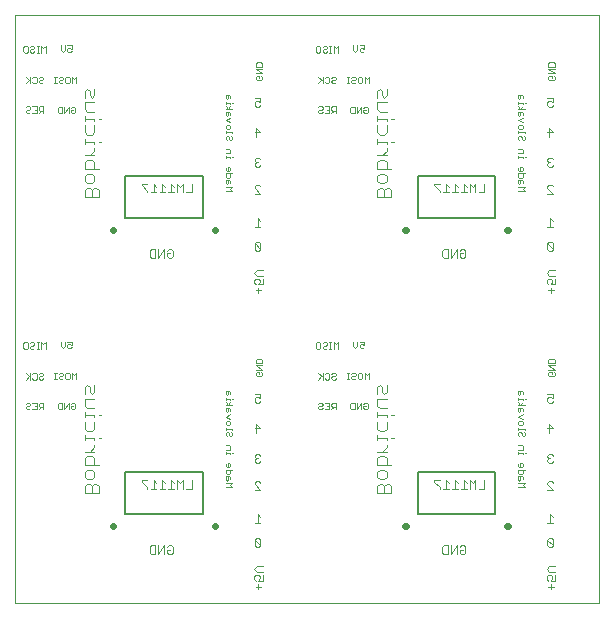
<source format=gbo>
G75*
G70*
%OFA0B0*%
%FSLAX24Y24*%
%IPPOS*%
%LPD*%
%AMOC8*
5,1,8,0,0,1.08239X$1,22.5*
%
%ADD10C,0.0000*%
%ADD11C,0.0040*%
%ADD12C,0.0030*%
%ADD13C,0.0020*%
%ADD14C,0.0220*%
%ADD15C,0.0080*%
D10*
X000100Y000100D02*
X000100Y019721D01*
X019595Y019721D01*
X019595Y000100D01*
X000100Y000100D01*
D11*
X002445Y003775D02*
X002445Y004005D01*
X002522Y004082D01*
X002599Y004082D01*
X002676Y004005D01*
X002676Y003775D01*
X002676Y004005D02*
X002752Y004082D01*
X002829Y004082D01*
X002906Y004005D01*
X002906Y003775D01*
X002445Y003775D01*
X002522Y004235D02*
X002445Y004312D01*
X002445Y004465D01*
X002522Y004542D01*
X002676Y004542D01*
X002752Y004465D01*
X002752Y004312D01*
X002676Y004235D01*
X002522Y004235D01*
X002445Y004695D02*
X002445Y004926D01*
X002522Y005002D01*
X002676Y005002D01*
X002752Y004926D01*
X002752Y004695D01*
X002906Y004695D02*
X002445Y004695D01*
X002445Y005156D02*
X002752Y005156D01*
X002599Y005156D02*
X002752Y005309D01*
X002752Y005386D01*
X002752Y005539D02*
X002752Y005616D01*
X002445Y005616D01*
X002445Y005539D02*
X002445Y005693D01*
X002522Y005846D02*
X002445Y005923D01*
X002445Y006153D01*
X002445Y006307D02*
X002445Y006460D01*
X002445Y006384D02*
X002752Y006384D01*
X002752Y006307D01*
X002752Y006153D02*
X002752Y005923D01*
X002676Y005846D01*
X002522Y005846D01*
X002906Y005616D02*
X002983Y005616D01*
X002983Y006384D02*
X002906Y006384D01*
X002752Y006614D02*
X002522Y006614D01*
X002445Y006690D01*
X002445Y006921D01*
X002752Y006921D01*
X002676Y007074D02*
X002752Y007151D01*
X002752Y007381D01*
X002599Y007304D02*
X002599Y007151D01*
X002676Y007074D01*
X002445Y007074D02*
X002445Y007304D01*
X002522Y007381D01*
X002599Y007304D01*
X004342Y004205D02*
X004342Y004158D01*
X004529Y003971D01*
X004529Y003925D01*
X004637Y003925D02*
X004824Y003925D01*
X004731Y003925D02*
X004731Y004205D01*
X004824Y004111D01*
X004932Y003925D02*
X005119Y003925D01*
X005025Y003925D02*
X005025Y004205D01*
X005119Y004111D01*
X005226Y003925D02*
X005413Y003925D01*
X005320Y003925D02*
X005320Y004205D01*
X005413Y004111D01*
X005521Y004205D02*
X005521Y003925D01*
X005708Y003925D02*
X005708Y004205D01*
X005614Y004111D01*
X005521Y004205D01*
X005816Y003925D02*
X006003Y003925D01*
X006003Y004205D01*
X004529Y004205D02*
X004342Y004205D01*
X004646Y002026D02*
X004786Y002026D01*
X004786Y001745D01*
X004646Y001745D01*
X004599Y001792D01*
X004599Y001979D01*
X004646Y002026D01*
X004894Y002026D02*
X004894Y001745D01*
X005081Y002026D01*
X005081Y001745D01*
X005189Y001792D02*
X005189Y001886D01*
X005282Y001886D01*
X005375Y001979D02*
X005329Y002026D01*
X005235Y002026D01*
X005189Y001979D01*
X005375Y001979D02*
X005375Y001792D01*
X005329Y001745D01*
X005235Y001745D01*
X005189Y001792D01*
X008086Y001243D02*
X008179Y001150D01*
X008366Y001150D01*
X008366Y001042D02*
X008366Y000855D01*
X008226Y000855D01*
X008272Y000949D01*
X008272Y000995D01*
X008226Y001042D01*
X008132Y001042D01*
X008086Y000995D01*
X008086Y000902D01*
X008132Y000855D01*
X008226Y000747D02*
X008226Y000561D01*
X008319Y000654D02*
X008132Y000654D01*
X008086Y001243D02*
X008179Y001337D01*
X008366Y001337D01*
X012195Y003775D02*
X012195Y004005D01*
X012272Y004082D01*
X012349Y004082D01*
X012426Y004005D01*
X012426Y003775D01*
X012426Y004005D02*
X012502Y004082D01*
X012579Y004082D01*
X012656Y004005D01*
X012656Y003775D01*
X012195Y003775D01*
X012272Y004235D02*
X012195Y004312D01*
X012195Y004465D01*
X012272Y004542D01*
X012426Y004542D01*
X012502Y004465D01*
X012502Y004312D01*
X012426Y004235D01*
X012272Y004235D01*
X012195Y004695D02*
X012195Y004926D01*
X012272Y005002D01*
X012426Y005002D01*
X012502Y004926D01*
X012502Y004695D01*
X012656Y004695D02*
X012195Y004695D01*
X012195Y005156D02*
X012502Y005156D01*
X012349Y005156D02*
X012502Y005309D01*
X012502Y005386D01*
X012502Y005539D02*
X012502Y005616D01*
X012195Y005616D01*
X012195Y005539D02*
X012195Y005693D01*
X012272Y005846D02*
X012195Y005923D01*
X012195Y006153D01*
X012195Y006307D02*
X012195Y006460D01*
X012195Y006384D02*
X012502Y006384D01*
X012502Y006307D01*
X012502Y006153D02*
X012502Y005923D01*
X012426Y005846D01*
X012272Y005846D01*
X012656Y005616D02*
X012733Y005616D01*
X012733Y006384D02*
X012656Y006384D01*
X012502Y006614D02*
X012272Y006614D01*
X012195Y006690D01*
X012195Y006921D01*
X012502Y006921D01*
X012426Y007074D02*
X012502Y007151D01*
X012502Y007381D01*
X012349Y007304D02*
X012349Y007151D01*
X012426Y007074D01*
X012349Y007304D02*
X012272Y007381D01*
X012195Y007304D01*
X012195Y007074D01*
X014092Y004205D02*
X014092Y004158D01*
X014279Y003971D01*
X014279Y003925D01*
X014387Y003925D02*
X014574Y003925D01*
X014481Y003925D02*
X014481Y004205D01*
X014574Y004111D01*
X014682Y003925D02*
X014869Y003925D01*
X014775Y003925D02*
X014775Y004205D01*
X014869Y004111D01*
X014976Y003925D02*
X015163Y003925D01*
X015070Y003925D02*
X015070Y004205D01*
X015163Y004111D01*
X015271Y004205D02*
X015271Y003925D01*
X015458Y003925D02*
X015458Y004205D01*
X015364Y004111D01*
X015271Y004205D01*
X015566Y003925D02*
X015753Y003925D01*
X015753Y004205D01*
X014279Y004205D02*
X014092Y004205D01*
X014396Y002026D02*
X014536Y002026D01*
X014536Y001745D01*
X014396Y001745D01*
X014349Y001792D01*
X014349Y001979D01*
X014396Y002026D01*
X014644Y002026D02*
X014644Y001745D01*
X014831Y002026D01*
X014831Y001745D01*
X014939Y001792D02*
X014939Y001886D01*
X015032Y001886D01*
X015125Y001979D02*
X015125Y001792D01*
X015079Y001745D01*
X014985Y001745D01*
X014939Y001792D01*
X014939Y001979D02*
X014985Y002026D01*
X015079Y002026D01*
X015125Y001979D01*
X017836Y001243D02*
X017929Y001337D01*
X018116Y001337D01*
X018116Y001150D02*
X017929Y001150D01*
X017836Y001243D01*
X017882Y001042D02*
X017836Y000995D01*
X017836Y000902D01*
X017882Y000855D01*
X017976Y000855D02*
X018022Y000949D01*
X018022Y000995D01*
X017976Y001042D01*
X017882Y001042D01*
X017976Y000855D02*
X018116Y000855D01*
X018116Y001042D01*
X017976Y000747D02*
X017976Y000561D01*
X018069Y000654D02*
X017882Y000654D01*
X017976Y010436D02*
X017976Y010622D01*
X017976Y010730D02*
X018022Y010824D01*
X018022Y010870D01*
X017976Y010917D01*
X017882Y010917D01*
X017836Y010870D01*
X017836Y010777D01*
X017882Y010730D01*
X017976Y010730D02*
X018116Y010730D01*
X018116Y010917D01*
X018116Y011025D02*
X017929Y011025D01*
X017836Y011118D01*
X017929Y011212D01*
X018116Y011212D01*
X018069Y010529D02*
X017882Y010529D01*
X015125Y011667D02*
X015079Y011620D01*
X014985Y011620D01*
X014939Y011667D01*
X014939Y011761D01*
X015032Y011761D01*
X015125Y011854D02*
X015125Y011667D01*
X015125Y011854D02*
X015079Y011901D01*
X014985Y011901D01*
X014939Y011854D01*
X014831Y011901D02*
X014644Y011620D01*
X014644Y011901D01*
X014536Y011901D02*
X014396Y011901D01*
X014349Y011854D01*
X014349Y011667D01*
X014396Y011620D01*
X014536Y011620D01*
X014536Y011901D01*
X014831Y011901D02*
X014831Y011620D01*
X014869Y013800D02*
X014682Y013800D01*
X014775Y013800D02*
X014775Y014080D01*
X014869Y013986D01*
X014976Y013800D02*
X015163Y013800D01*
X015070Y013800D02*
X015070Y014080D01*
X015163Y013986D01*
X015271Y014080D02*
X015271Y013800D01*
X015458Y013800D02*
X015458Y014080D01*
X015364Y013986D01*
X015271Y014080D01*
X015566Y013800D02*
X015753Y013800D01*
X015753Y014080D01*
X014574Y013986D02*
X014481Y014080D01*
X014481Y013800D01*
X014574Y013800D02*
X014387Y013800D01*
X014279Y013800D02*
X014279Y013846D01*
X014092Y014033D01*
X014092Y014080D01*
X014279Y014080D01*
X012656Y013880D02*
X012656Y013650D01*
X012195Y013650D01*
X012195Y013880D01*
X012272Y013957D01*
X012349Y013957D01*
X012426Y013880D01*
X012426Y013650D01*
X012426Y013880D02*
X012502Y013957D01*
X012579Y013957D01*
X012656Y013880D01*
X012426Y014110D02*
X012272Y014110D01*
X012195Y014187D01*
X012195Y014340D01*
X012272Y014417D01*
X012426Y014417D01*
X012502Y014340D01*
X012502Y014187D01*
X012426Y014110D01*
X012502Y014570D02*
X012502Y014801D01*
X012426Y014877D01*
X012272Y014877D01*
X012195Y014801D01*
X012195Y014570D01*
X012656Y014570D01*
X012502Y015031D02*
X012195Y015031D01*
X012349Y015031D02*
X012502Y015184D01*
X012502Y015261D01*
X012502Y015414D02*
X012502Y015491D01*
X012195Y015491D01*
X012195Y015414D02*
X012195Y015568D01*
X012272Y015721D02*
X012195Y015798D01*
X012195Y016028D01*
X012195Y016182D02*
X012195Y016335D01*
X012195Y016259D02*
X012502Y016259D01*
X012502Y016182D01*
X012502Y016028D02*
X012502Y015798D01*
X012426Y015721D01*
X012272Y015721D01*
X012656Y015491D02*
X012733Y015491D01*
X012733Y016259D02*
X012656Y016259D01*
X012502Y016489D02*
X012272Y016489D01*
X012195Y016565D01*
X012195Y016796D01*
X012502Y016796D01*
X012426Y016949D02*
X012349Y017026D01*
X012349Y017179D01*
X012272Y017256D01*
X012195Y017179D01*
X012195Y016949D01*
X012426Y016949D02*
X012502Y017026D01*
X012502Y017256D01*
X008366Y011212D02*
X008179Y011212D01*
X008086Y011118D01*
X008179Y011025D01*
X008366Y011025D01*
X008366Y010917D02*
X008366Y010730D01*
X008226Y010730D01*
X008272Y010824D01*
X008272Y010870D01*
X008226Y010917D01*
X008132Y010917D01*
X008086Y010870D01*
X008086Y010777D01*
X008132Y010730D01*
X008226Y010622D02*
X008226Y010436D01*
X008319Y010529D02*
X008132Y010529D01*
X005375Y011667D02*
X005329Y011620D01*
X005235Y011620D01*
X005189Y011667D01*
X005189Y011761D01*
X005282Y011761D01*
X005375Y011854D02*
X005375Y011667D01*
X005375Y011854D02*
X005329Y011901D01*
X005235Y011901D01*
X005189Y011854D01*
X005081Y011901D02*
X005081Y011620D01*
X004894Y011620D02*
X004894Y011901D01*
X004786Y011901D02*
X004646Y011901D01*
X004599Y011854D01*
X004599Y011667D01*
X004646Y011620D01*
X004786Y011620D01*
X004786Y011901D01*
X005081Y011901D02*
X004894Y011620D01*
X002906Y013650D02*
X002906Y013880D01*
X002829Y013957D01*
X002752Y013957D01*
X002676Y013880D01*
X002676Y013650D01*
X002906Y013650D02*
X002445Y013650D01*
X002445Y013880D01*
X002522Y013957D01*
X002599Y013957D01*
X002676Y013880D01*
X002676Y014110D02*
X002522Y014110D01*
X002445Y014187D01*
X002445Y014340D01*
X002522Y014417D01*
X002676Y014417D01*
X002752Y014340D01*
X002752Y014187D01*
X002676Y014110D01*
X002752Y014570D02*
X002752Y014801D01*
X002676Y014877D01*
X002522Y014877D01*
X002445Y014801D01*
X002445Y014570D01*
X002906Y014570D01*
X002752Y015031D02*
X002445Y015031D01*
X002599Y015031D02*
X002752Y015184D01*
X002752Y015261D01*
X002752Y015414D02*
X002752Y015491D01*
X002445Y015491D01*
X002445Y015414D02*
X002445Y015568D01*
X002522Y015721D02*
X002445Y015798D01*
X002445Y016028D01*
X002445Y016182D02*
X002445Y016335D01*
X002445Y016259D02*
X002752Y016259D01*
X002752Y016182D01*
X002752Y016028D02*
X002752Y015798D01*
X002676Y015721D01*
X002522Y015721D01*
X002906Y015491D02*
X002983Y015491D01*
X002983Y016259D02*
X002906Y016259D01*
X002752Y016489D02*
X002522Y016489D01*
X002445Y016565D01*
X002445Y016796D01*
X002752Y016796D01*
X002676Y016949D02*
X002752Y017026D01*
X002752Y017256D01*
X002599Y017179D02*
X002599Y017026D01*
X002676Y016949D01*
X002445Y016949D02*
X002445Y017179D01*
X002522Y017256D01*
X002599Y017179D01*
X004342Y014080D02*
X004342Y014033D01*
X004529Y013846D01*
X004529Y013800D01*
X004637Y013800D02*
X004824Y013800D01*
X004731Y013800D02*
X004731Y014080D01*
X004824Y013986D01*
X004932Y013800D02*
X005119Y013800D01*
X005025Y013800D02*
X005025Y014080D01*
X005119Y013986D01*
X005226Y013800D02*
X005413Y013800D01*
X005320Y013800D02*
X005320Y014080D01*
X005413Y013986D01*
X005521Y014080D02*
X005521Y013800D01*
X005708Y013800D02*
X005708Y014080D01*
X005614Y013986D01*
X005521Y014080D01*
X005816Y013800D02*
X006003Y013800D01*
X006003Y014080D01*
X004529Y014080D02*
X004342Y014080D01*
D12*
X007140Y014101D02*
X007176Y014066D01*
X007211Y014101D01*
X007211Y014206D01*
X007246Y014206D02*
X007140Y014206D01*
X007140Y014101D01*
X007140Y013985D02*
X007351Y013985D01*
X007281Y013915D01*
X007351Y013845D01*
X007140Y013845D01*
X007281Y014101D02*
X007281Y014171D01*
X007246Y014206D01*
X007246Y014287D02*
X007281Y014322D01*
X007281Y014427D01*
X007351Y014427D02*
X007140Y014427D01*
X007140Y014322D01*
X007176Y014287D01*
X007246Y014287D01*
X007246Y014508D02*
X007281Y014543D01*
X007281Y014613D01*
X007246Y014648D01*
X007211Y014648D01*
X007211Y014508D01*
X007176Y014508D02*
X007246Y014508D01*
X007176Y014508D02*
X007140Y014543D01*
X007140Y014613D01*
X007140Y014950D02*
X007140Y015020D01*
X007140Y014985D02*
X007281Y014985D01*
X007281Y014950D01*
X007351Y014985D02*
X007386Y014985D01*
X007281Y015097D02*
X007281Y015202D01*
X007246Y015237D01*
X007140Y015237D01*
X007140Y015097D02*
X007281Y015097D01*
X007281Y015539D02*
X007246Y015574D01*
X007246Y015644D01*
X007211Y015679D01*
X007176Y015679D01*
X007140Y015644D01*
X007140Y015574D01*
X007176Y015539D01*
X007281Y015539D02*
X007316Y015539D01*
X007351Y015574D01*
X007351Y015644D01*
X007316Y015679D01*
X007351Y015760D02*
X007351Y015795D01*
X007140Y015795D01*
X007140Y015760D02*
X007140Y015830D01*
X007176Y015907D02*
X007140Y015942D01*
X007140Y016012D01*
X007176Y016047D01*
X007246Y016047D01*
X007281Y016012D01*
X007281Y015942D01*
X007246Y015907D01*
X007176Y015907D01*
X007281Y016128D02*
X007140Y016198D01*
X007281Y016268D01*
X007281Y016384D02*
X007281Y016454D01*
X007246Y016489D01*
X007140Y016489D01*
X007140Y016384D01*
X007176Y016349D01*
X007211Y016384D01*
X007211Y016489D01*
X007211Y016570D02*
X007281Y016675D01*
X007281Y016754D02*
X007281Y016789D01*
X007140Y016789D01*
X007140Y016754D02*
X007140Y016824D01*
X007176Y016902D02*
X007211Y016937D01*
X007211Y017042D01*
X007246Y017042D02*
X007140Y017042D01*
X007140Y016937D01*
X007176Y016902D01*
X007281Y016937D02*
X007281Y017007D01*
X007246Y017042D01*
X007351Y016789D02*
X007386Y016789D01*
X007351Y016570D02*
X007140Y016570D01*
X007211Y016570D02*
X007140Y016675D01*
X008101Y016704D02*
X008149Y016656D01*
X008246Y016656D01*
X008294Y016704D01*
X008294Y016801D02*
X008198Y016849D01*
X008149Y016849D01*
X008101Y016801D01*
X008101Y016704D01*
X008294Y016801D02*
X008294Y016946D01*
X008101Y016946D01*
X008176Y017545D02*
X008140Y017580D01*
X008140Y017650D01*
X008176Y017685D01*
X008246Y017685D01*
X008246Y017615D01*
X008316Y017685D02*
X008351Y017650D01*
X008351Y017580D01*
X008316Y017545D01*
X008176Y017545D01*
X008140Y017766D02*
X008351Y017766D01*
X008140Y017906D01*
X008351Y017906D01*
X008351Y017987D02*
X008351Y018092D01*
X008316Y018127D01*
X008176Y018127D01*
X008140Y018092D01*
X008140Y017987D01*
X008351Y017987D01*
X008149Y015946D02*
X008294Y015801D01*
X008101Y015801D01*
X008149Y015656D02*
X008149Y015946D01*
X008149Y014946D02*
X008101Y014897D01*
X008101Y014849D01*
X008149Y014801D01*
X008101Y014752D01*
X008101Y014704D01*
X008149Y014656D01*
X008246Y014656D01*
X008294Y014704D01*
X008198Y014801D02*
X008149Y014801D01*
X008149Y014946D02*
X008246Y014946D01*
X008294Y014897D01*
X008246Y014046D02*
X008294Y013997D01*
X008246Y014046D02*
X008149Y014046D01*
X008101Y013997D01*
X008101Y013949D01*
X008294Y013756D01*
X008101Y013756D01*
X008198Y012946D02*
X008198Y012656D01*
X008294Y012656D02*
X008101Y012656D01*
X008294Y012849D02*
X008198Y012946D01*
X008246Y012146D02*
X008149Y012146D01*
X008101Y012097D01*
X008294Y011904D01*
X008246Y011856D01*
X008149Y011856D01*
X008101Y011904D01*
X008101Y012097D01*
X008246Y012146D02*
X008294Y012097D01*
X008294Y011904D01*
X008316Y008252D02*
X008176Y008252D01*
X008140Y008217D01*
X008140Y008112D01*
X008351Y008112D01*
X008351Y008217D01*
X008316Y008252D01*
X008351Y008031D02*
X008140Y008031D01*
X008351Y007891D01*
X008140Y007891D01*
X008176Y007810D02*
X008246Y007810D01*
X008246Y007740D01*
X008316Y007810D02*
X008351Y007775D01*
X008351Y007705D01*
X008316Y007670D01*
X008176Y007670D01*
X008140Y007705D01*
X008140Y007775D01*
X008176Y007810D01*
X008101Y007071D02*
X008294Y007071D01*
X008294Y006926D01*
X008198Y006974D01*
X008149Y006974D01*
X008101Y006926D01*
X008101Y006829D01*
X008149Y006781D01*
X008246Y006781D01*
X008294Y006829D01*
X008149Y006071D02*
X008294Y005926D01*
X008101Y005926D01*
X008149Y005781D02*
X008149Y006071D01*
X007351Y005920D02*
X007140Y005920D01*
X007140Y005885D02*
X007140Y005955D01*
X007176Y006032D02*
X007140Y006067D01*
X007140Y006137D01*
X007176Y006172D01*
X007246Y006172D01*
X007281Y006137D01*
X007281Y006067D01*
X007246Y006032D01*
X007176Y006032D01*
X007351Y005920D02*
X007351Y005885D01*
X007316Y005804D02*
X007351Y005769D01*
X007351Y005699D01*
X007316Y005664D01*
X007281Y005664D01*
X007246Y005699D01*
X007246Y005769D01*
X007211Y005804D01*
X007176Y005804D01*
X007140Y005769D01*
X007140Y005699D01*
X007176Y005664D01*
X007140Y005362D02*
X007246Y005362D01*
X007281Y005327D01*
X007281Y005222D01*
X007140Y005222D01*
X007140Y005145D02*
X007140Y005075D01*
X007140Y005110D02*
X007281Y005110D01*
X007281Y005075D01*
X007351Y005110D02*
X007386Y005110D01*
X007246Y004773D02*
X007211Y004773D01*
X007211Y004633D01*
X007246Y004633D02*
X007281Y004668D01*
X007281Y004738D01*
X007246Y004773D01*
X007140Y004738D02*
X007140Y004668D01*
X007176Y004633D01*
X007246Y004633D01*
X007281Y004552D02*
X007281Y004447D01*
X007246Y004412D01*
X007176Y004412D01*
X007140Y004447D01*
X007140Y004552D01*
X007351Y004552D01*
X007246Y004331D02*
X007140Y004331D01*
X007140Y004226D01*
X007176Y004191D01*
X007211Y004226D01*
X007211Y004331D01*
X007246Y004331D02*
X007281Y004296D01*
X007281Y004226D01*
X007351Y004110D02*
X007140Y004110D01*
X007140Y003970D02*
X007351Y003970D01*
X007281Y004040D01*
X007351Y004110D01*
X008101Y004122D02*
X008149Y004171D01*
X008246Y004171D01*
X008294Y004122D01*
X008101Y004122D02*
X008101Y004074D01*
X008294Y003881D01*
X008101Y003881D01*
X008198Y003071D02*
X008198Y002781D01*
X008294Y002781D02*
X008101Y002781D01*
X008294Y002974D02*
X008198Y003071D01*
X008246Y002271D02*
X008149Y002271D01*
X008101Y002222D01*
X008294Y002029D01*
X008246Y001981D01*
X008149Y001981D01*
X008101Y002029D01*
X008101Y002222D01*
X008246Y002271D02*
X008294Y002222D01*
X008294Y002029D01*
X008246Y004781D02*
X008294Y004829D01*
X008246Y004781D02*
X008149Y004781D01*
X008101Y004829D01*
X008101Y004877D01*
X008149Y004926D01*
X008198Y004926D01*
X008149Y004926D02*
X008101Y004974D01*
X008101Y005022D01*
X008149Y005071D01*
X008246Y005071D01*
X008294Y005022D01*
X007281Y006253D02*
X007140Y006323D01*
X007281Y006393D01*
X007281Y006509D02*
X007281Y006579D01*
X007246Y006614D01*
X007140Y006614D01*
X007140Y006509D01*
X007176Y006474D01*
X007211Y006509D01*
X007211Y006614D01*
X007211Y006695D02*
X007281Y006800D01*
X007281Y006879D02*
X007281Y006914D01*
X007140Y006914D01*
X007140Y006879D02*
X007140Y006949D01*
X007176Y007027D02*
X007211Y007062D01*
X007211Y007167D01*
X007246Y007167D02*
X007140Y007167D01*
X007140Y007062D01*
X007176Y007027D01*
X007281Y007062D02*
X007281Y007132D01*
X007246Y007167D01*
X007351Y006914D02*
X007386Y006914D01*
X007351Y006695D02*
X007140Y006695D01*
X007211Y006695D02*
X007140Y006800D01*
X016890Y006800D02*
X016961Y006695D01*
X017031Y006800D01*
X017031Y006879D02*
X017031Y006914D01*
X016890Y006914D01*
X016890Y006879D02*
X016890Y006949D01*
X016926Y007027D02*
X016961Y007062D01*
X016961Y007167D01*
X016996Y007167D02*
X016890Y007167D01*
X016890Y007062D01*
X016926Y007027D01*
X017031Y007062D02*
X017031Y007132D01*
X016996Y007167D01*
X017101Y006914D02*
X017136Y006914D01*
X017101Y006695D02*
X016890Y006695D01*
X016890Y006614D02*
X016890Y006509D01*
X016926Y006474D01*
X016961Y006509D01*
X016961Y006614D01*
X016996Y006614D02*
X016890Y006614D01*
X016996Y006614D02*
X017031Y006579D01*
X017031Y006509D01*
X017031Y006393D02*
X016890Y006323D01*
X017031Y006253D01*
X016996Y006172D02*
X017031Y006137D01*
X017031Y006067D01*
X016996Y006032D01*
X016926Y006032D01*
X016890Y006067D01*
X016890Y006137D01*
X016926Y006172D01*
X016996Y006172D01*
X016890Y005955D02*
X016890Y005885D01*
X016890Y005920D02*
X017101Y005920D01*
X017101Y005885D01*
X017066Y005804D02*
X017101Y005769D01*
X017101Y005699D01*
X017066Y005664D01*
X017031Y005664D01*
X016996Y005699D01*
X016996Y005769D01*
X016961Y005804D01*
X016926Y005804D01*
X016890Y005769D01*
X016890Y005699D01*
X016926Y005664D01*
X016890Y005362D02*
X016996Y005362D01*
X017031Y005327D01*
X017031Y005222D01*
X016890Y005222D01*
X016890Y005145D02*
X016890Y005075D01*
X016890Y005110D02*
X017031Y005110D01*
X017031Y005075D01*
X017101Y005110D02*
X017136Y005110D01*
X016996Y004773D02*
X016961Y004773D01*
X016961Y004633D01*
X016996Y004633D02*
X017031Y004668D01*
X017031Y004738D01*
X016996Y004773D01*
X016890Y004738D02*
X016890Y004668D01*
X016926Y004633D01*
X016996Y004633D01*
X017031Y004552D02*
X017031Y004447D01*
X016996Y004412D01*
X016926Y004412D01*
X016890Y004447D01*
X016890Y004552D01*
X017101Y004552D01*
X016996Y004331D02*
X016890Y004331D01*
X016890Y004226D01*
X016926Y004191D01*
X016961Y004226D01*
X016961Y004331D01*
X016996Y004331D02*
X017031Y004296D01*
X017031Y004226D01*
X017101Y004110D02*
X016890Y004110D01*
X016890Y003970D02*
X017101Y003970D01*
X017031Y004040D01*
X017101Y004110D01*
X017851Y004122D02*
X017899Y004171D01*
X017996Y004171D01*
X018044Y004122D01*
X017851Y004122D02*
X017851Y004074D01*
X018044Y003881D01*
X017851Y003881D01*
X017948Y003071D02*
X017948Y002781D01*
X018044Y002781D02*
X017851Y002781D01*
X018044Y002974D02*
X017948Y003071D01*
X017996Y002271D02*
X017899Y002271D01*
X017851Y002222D01*
X018044Y002029D01*
X017996Y001981D01*
X017899Y001981D01*
X017851Y002029D01*
X017851Y002222D01*
X017996Y002271D02*
X018044Y002222D01*
X018044Y002029D01*
X017996Y004781D02*
X017899Y004781D01*
X017851Y004829D01*
X017851Y004877D01*
X017899Y004926D01*
X017948Y004926D01*
X017899Y004926D02*
X017851Y004974D01*
X017851Y005022D01*
X017899Y005071D01*
X017996Y005071D01*
X018044Y005022D01*
X018044Y004829D02*
X017996Y004781D01*
X017899Y005781D02*
X017899Y006071D01*
X018044Y005926D01*
X017851Y005926D01*
X017899Y006781D02*
X017996Y006781D01*
X018044Y006829D01*
X018044Y006926D02*
X017948Y006974D01*
X017899Y006974D01*
X017851Y006926D01*
X017851Y006829D01*
X017899Y006781D01*
X018044Y006926D02*
X018044Y007071D01*
X017851Y007071D01*
X017926Y007670D02*
X017890Y007705D01*
X017890Y007775D01*
X017926Y007810D01*
X017996Y007810D01*
X017996Y007740D01*
X018066Y007810D02*
X018101Y007775D01*
X018101Y007705D01*
X018066Y007670D01*
X017926Y007670D01*
X017890Y007891D02*
X018101Y007891D01*
X017890Y008031D01*
X018101Y008031D01*
X018101Y008112D02*
X018101Y008217D01*
X018066Y008252D01*
X017926Y008252D01*
X017890Y008217D01*
X017890Y008112D01*
X018101Y008112D01*
X017996Y011856D02*
X017899Y011856D01*
X017851Y011904D01*
X017851Y012097D01*
X018044Y011904D01*
X017996Y011856D01*
X018044Y011904D02*
X018044Y012097D01*
X017996Y012146D01*
X017899Y012146D01*
X017851Y012097D01*
X017851Y012656D02*
X018044Y012656D01*
X017948Y012656D02*
X017948Y012946D01*
X018044Y012849D01*
X018044Y013756D02*
X017851Y013756D01*
X017851Y013949D02*
X017851Y013997D01*
X017899Y014046D01*
X017996Y014046D01*
X018044Y013997D01*
X017851Y013949D02*
X018044Y013756D01*
X017996Y014656D02*
X017899Y014656D01*
X017851Y014704D01*
X017851Y014752D01*
X017899Y014801D01*
X017948Y014801D01*
X017899Y014801D02*
X017851Y014849D01*
X017851Y014897D01*
X017899Y014946D01*
X017996Y014946D01*
X018044Y014897D01*
X018044Y014704D02*
X017996Y014656D01*
X017136Y014985D02*
X017101Y014985D01*
X017031Y014985D02*
X016890Y014985D01*
X016890Y014950D02*
X016890Y015020D01*
X016890Y015097D02*
X017031Y015097D01*
X017031Y015202D01*
X016996Y015237D01*
X016890Y015237D01*
X017031Y014985D02*
X017031Y014950D01*
X016996Y014648D02*
X016961Y014648D01*
X016961Y014508D01*
X016996Y014508D02*
X017031Y014543D01*
X017031Y014613D01*
X016996Y014648D01*
X016890Y014613D02*
X016890Y014543D01*
X016926Y014508D01*
X016996Y014508D01*
X017031Y014427D02*
X017031Y014322D01*
X016996Y014287D01*
X016926Y014287D01*
X016890Y014322D01*
X016890Y014427D01*
X017101Y014427D01*
X016996Y014206D02*
X016890Y014206D01*
X016890Y014101D01*
X016926Y014066D01*
X016961Y014101D01*
X016961Y014206D01*
X016996Y014206D02*
X017031Y014171D01*
X017031Y014101D01*
X017101Y013985D02*
X016890Y013985D01*
X016890Y013845D02*
X017101Y013845D01*
X017031Y013915D01*
X017101Y013985D01*
X017066Y015539D02*
X017031Y015539D01*
X016996Y015574D01*
X016996Y015644D01*
X016961Y015679D01*
X016926Y015679D01*
X016890Y015644D01*
X016890Y015574D01*
X016926Y015539D01*
X017066Y015539D02*
X017101Y015574D01*
X017101Y015644D01*
X017066Y015679D01*
X017101Y015760D02*
X017101Y015795D01*
X016890Y015795D01*
X016890Y015760D02*
X016890Y015830D01*
X016926Y015907D02*
X016890Y015942D01*
X016890Y016012D01*
X016926Y016047D01*
X016996Y016047D01*
X017031Y016012D01*
X017031Y015942D01*
X016996Y015907D01*
X016926Y015907D01*
X017031Y016128D02*
X016890Y016198D01*
X017031Y016268D01*
X017031Y016384D02*
X017031Y016454D01*
X016996Y016489D01*
X016890Y016489D01*
X016890Y016384D01*
X016926Y016349D01*
X016961Y016384D01*
X016961Y016489D01*
X016961Y016570D02*
X017031Y016675D01*
X017031Y016754D02*
X017031Y016789D01*
X016890Y016789D01*
X016890Y016754D02*
X016890Y016824D01*
X016926Y016902D02*
X016961Y016937D01*
X016961Y017042D01*
X016996Y017042D02*
X016890Y017042D01*
X016890Y016937D01*
X016926Y016902D01*
X017031Y016937D02*
X017031Y017007D01*
X016996Y017042D01*
X017101Y016789D02*
X017136Y016789D01*
X017101Y016570D02*
X016890Y016570D01*
X016961Y016570D02*
X016890Y016675D01*
X017851Y016704D02*
X017899Y016656D01*
X017996Y016656D01*
X018044Y016704D01*
X018044Y016801D02*
X017948Y016849D01*
X017899Y016849D01*
X017851Y016801D01*
X017851Y016704D01*
X018044Y016801D02*
X018044Y016946D01*
X017851Y016946D01*
X017926Y017545D02*
X017890Y017580D01*
X017890Y017650D01*
X017926Y017685D01*
X017996Y017685D01*
X017996Y017615D01*
X018066Y017685D02*
X018101Y017650D01*
X018101Y017580D01*
X018066Y017545D01*
X017926Y017545D01*
X017890Y017766D02*
X018101Y017766D01*
X017890Y017906D01*
X018101Y017906D01*
X018101Y017987D02*
X018101Y018092D01*
X018066Y018127D01*
X017926Y018127D01*
X017890Y018092D01*
X017890Y017987D01*
X018101Y017987D01*
X017899Y015946D02*
X018044Y015801D01*
X017851Y015801D01*
X017899Y015656D02*
X017899Y015946D01*
D13*
X011873Y016472D02*
X011836Y016435D01*
X011763Y016435D01*
X011726Y016472D01*
X011726Y016546D01*
X011799Y016546D01*
X011726Y016619D02*
X011763Y016656D01*
X011836Y016656D01*
X011873Y016619D01*
X011873Y016472D01*
X011652Y016435D02*
X011652Y016656D01*
X011505Y016435D01*
X011505Y016656D01*
X011431Y016656D02*
X011321Y016656D01*
X011284Y016619D01*
X011284Y016472D01*
X011321Y016435D01*
X011431Y016435D01*
X011431Y016656D01*
X011432Y017435D02*
X011358Y017435D01*
X011322Y017472D01*
X011322Y017509D01*
X011358Y017546D01*
X011432Y017546D01*
X011468Y017582D01*
X011468Y017619D01*
X011432Y017656D01*
X011358Y017656D01*
X011322Y017619D01*
X011247Y017656D02*
X011174Y017656D01*
X011211Y017656D02*
X011211Y017435D01*
X011247Y017435D02*
X011174Y017435D01*
X011432Y017435D02*
X011468Y017472D01*
X011543Y017472D02*
X011543Y017619D01*
X011579Y017656D01*
X011653Y017656D01*
X011689Y017619D01*
X011689Y017472D01*
X011653Y017435D01*
X011579Y017435D01*
X011543Y017472D01*
X011764Y017435D02*
X011764Y017656D01*
X011837Y017582D01*
X011910Y017656D01*
X011910Y017435D01*
X011711Y018473D02*
X011748Y018510D01*
X011711Y018473D02*
X011638Y018473D01*
X011601Y018510D01*
X011601Y018583D01*
X011638Y018620D01*
X011674Y018620D01*
X011748Y018583D01*
X011748Y018693D01*
X011601Y018693D01*
X011527Y018693D02*
X011527Y018546D01*
X011453Y018473D01*
X011380Y018546D01*
X011380Y018693D01*
X010880Y018677D02*
X010880Y018457D01*
X010733Y018457D02*
X010733Y018677D01*
X010807Y018604D01*
X010880Y018677D01*
X010659Y018677D02*
X010586Y018677D01*
X010622Y018677D02*
X010622Y018457D01*
X010586Y018457D02*
X010659Y018457D01*
X010512Y018494D02*
X010475Y018457D01*
X010402Y018457D01*
X010365Y018494D01*
X010365Y018530D01*
X010402Y018567D01*
X010475Y018567D01*
X010512Y018604D01*
X010512Y018640D01*
X010475Y018677D01*
X010402Y018677D01*
X010365Y018640D01*
X010291Y018640D02*
X010291Y018494D01*
X010254Y018457D01*
X010181Y018457D01*
X010144Y018494D01*
X010144Y018640D01*
X010181Y018677D01*
X010254Y018677D01*
X010291Y018640D01*
X010219Y017652D02*
X010366Y017505D01*
X010329Y017542D02*
X010219Y017432D01*
X010366Y017432D02*
X010366Y017652D01*
X010440Y017615D02*
X010477Y017652D01*
X010550Y017652D01*
X010587Y017615D01*
X010587Y017469D01*
X010550Y017432D01*
X010477Y017432D01*
X010440Y017469D01*
X010661Y017469D02*
X010697Y017432D01*
X010771Y017432D01*
X010808Y017469D01*
X010771Y017542D02*
X010697Y017542D01*
X010661Y017505D01*
X010661Y017469D01*
X010771Y017542D02*
X010808Y017579D01*
X010808Y017615D01*
X010771Y017652D01*
X010697Y017652D01*
X010661Y017615D01*
X010697Y016665D02*
X010661Y016628D01*
X010661Y016555D01*
X010697Y016518D01*
X010808Y016518D01*
X010808Y016445D02*
X010808Y016665D01*
X010697Y016665D01*
X010587Y016665D02*
X010587Y016445D01*
X010440Y016445D01*
X010366Y016481D02*
X010329Y016445D01*
X010256Y016445D01*
X010219Y016481D01*
X010219Y016518D01*
X010256Y016555D01*
X010329Y016555D01*
X010366Y016591D01*
X010366Y016628D01*
X010329Y016665D01*
X010256Y016665D01*
X010219Y016628D01*
X010440Y016665D02*
X010587Y016665D01*
X010587Y016555D02*
X010513Y016555D01*
X010661Y016445D02*
X010734Y016518D01*
X010733Y008802D02*
X010733Y008582D01*
X010659Y008582D02*
X010586Y008582D01*
X010622Y008582D02*
X010622Y008802D01*
X010586Y008802D02*
X010659Y008802D01*
X010733Y008802D02*
X010807Y008729D01*
X010880Y008802D01*
X010880Y008582D01*
X010512Y008619D02*
X010475Y008582D01*
X010402Y008582D01*
X010365Y008619D01*
X010365Y008655D01*
X010402Y008692D01*
X010475Y008692D01*
X010512Y008729D01*
X010512Y008765D01*
X010475Y008802D01*
X010402Y008802D01*
X010365Y008765D01*
X010291Y008765D02*
X010291Y008619D01*
X010254Y008582D01*
X010181Y008582D01*
X010144Y008619D01*
X010144Y008765D01*
X010181Y008802D01*
X010254Y008802D01*
X010291Y008765D01*
X010219Y007777D02*
X010366Y007630D01*
X010329Y007667D02*
X010219Y007557D01*
X010366Y007557D02*
X010366Y007777D01*
X010440Y007740D02*
X010477Y007777D01*
X010550Y007777D01*
X010587Y007740D01*
X010587Y007594D01*
X010550Y007557D01*
X010477Y007557D01*
X010440Y007594D01*
X010661Y007594D02*
X010697Y007557D01*
X010771Y007557D01*
X010808Y007594D01*
X010771Y007667D02*
X010697Y007667D01*
X010661Y007630D01*
X010661Y007594D01*
X010771Y007667D02*
X010808Y007704D01*
X010808Y007740D01*
X010771Y007777D01*
X010697Y007777D01*
X010661Y007740D01*
X011174Y007781D02*
X011247Y007781D01*
X011211Y007781D02*
X011211Y007560D01*
X011247Y007560D02*
X011174Y007560D01*
X011322Y007597D02*
X011358Y007560D01*
X011432Y007560D01*
X011468Y007597D01*
X011543Y007597D02*
X011543Y007744D01*
X011579Y007781D01*
X011653Y007781D01*
X011689Y007744D01*
X011689Y007597D01*
X011653Y007560D01*
X011579Y007560D01*
X011543Y007597D01*
X011468Y007707D02*
X011432Y007671D01*
X011358Y007671D01*
X011322Y007634D01*
X011322Y007597D01*
X011322Y007744D02*
X011358Y007781D01*
X011432Y007781D01*
X011468Y007744D01*
X011468Y007707D01*
X011764Y007781D02*
X011764Y007560D01*
X011910Y007560D02*
X011910Y007781D01*
X011837Y007707D01*
X011764Y007781D01*
X011711Y008598D02*
X011748Y008635D01*
X011711Y008598D02*
X011638Y008598D01*
X011601Y008635D01*
X011601Y008708D01*
X011638Y008745D01*
X011674Y008745D01*
X011748Y008708D01*
X011748Y008818D01*
X011601Y008818D01*
X011527Y008818D02*
X011527Y008671D01*
X011453Y008598D01*
X011380Y008671D01*
X011380Y008818D01*
X011321Y006781D02*
X011431Y006781D01*
X011431Y006560D01*
X011321Y006560D01*
X011284Y006597D01*
X011284Y006744D01*
X011321Y006781D01*
X011505Y006781D02*
X011505Y006560D01*
X011652Y006781D01*
X011652Y006560D01*
X011726Y006597D02*
X011726Y006671D01*
X011799Y006671D01*
X011726Y006744D02*
X011763Y006781D01*
X011836Y006781D01*
X011873Y006744D01*
X011873Y006597D01*
X011836Y006560D01*
X011763Y006560D01*
X011726Y006597D01*
X010808Y006570D02*
X010808Y006790D01*
X010697Y006790D01*
X010661Y006753D01*
X010661Y006680D01*
X010697Y006643D01*
X010808Y006643D01*
X010734Y006643D02*
X010661Y006570D01*
X010587Y006570D02*
X010587Y006790D01*
X010440Y006790D01*
X010366Y006753D02*
X010366Y006716D01*
X010329Y006680D01*
X010256Y006680D01*
X010219Y006643D01*
X010219Y006606D01*
X010256Y006570D01*
X010329Y006570D01*
X010366Y006606D01*
X010440Y006570D02*
X010587Y006570D01*
X010587Y006680D02*
X010513Y006680D01*
X010366Y006753D02*
X010329Y006790D01*
X010256Y006790D01*
X010219Y006753D01*
X002123Y006744D02*
X002123Y006597D01*
X002086Y006560D01*
X002013Y006560D01*
X001976Y006597D01*
X001976Y006671D01*
X002049Y006671D01*
X001976Y006744D02*
X002013Y006781D01*
X002086Y006781D01*
X002123Y006744D01*
X001902Y006781D02*
X001902Y006560D01*
X001755Y006560D02*
X001755Y006781D01*
X001681Y006781D02*
X001571Y006781D01*
X001534Y006744D01*
X001534Y006597D01*
X001571Y006560D01*
X001681Y006560D01*
X001681Y006781D01*
X001902Y006781D02*
X001755Y006560D01*
X001058Y006570D02*
X001058Y006790D01*
X000947Y006790D01*
X000911Y006753D01*
X000911Y006680D01*
X000947Y006643D01*
X001058Y006643D01*
X000984Y006643D02*
X000911Y006570D01*
X000837Y006570D02*
X000690Y006570D01*
X000616Y006606D02*
X000579Y006570D01*
X000506Y006570D01*
X000469Y006606D01*
X000469Y006643D01*
X000506Y006680D01*
X000579Y006680D01*
X000616Y006716D01*
X000616Y006753D01*
X000579Y006790D01*
X000506Y006790D01*
X000469Y006753D01*
X000690Y006790D02*
X000837Y006790D01*
X000837Y006570D01*
X000837Y006680D02*
X000763Y006680D01*
X000727Y007557D02*
X000690Y007594D01*
X000727Y007557D02*
X000800Y007557D01*
X000837Y007594D01*
X000837Y007740D01*
X000800Y007777D01*
X000727Y007777D01*
X000690Y007740D01*
X000616Y007777D02*
X000616Y007557D01*
X000616Y007630D02*
X000469Y007777D01*
X000579Y007667D02*
X000469Y007557D01*
X000911Y007594D02*
X000947Y007557D01*
X001021Y007557D01*
X001058Y007594D01*
X001021Y007667D02*
X000947Y007667D01*
X000911Y007630D01*
X000911Y007594D01*
X001021Y007667D02*
X001058Y007704D01*
X001058Y007740D01*
X001021Y007777D01*
X000947Y007777D01*
X000911Y007740D01*
X001424Y007781D02*
X001497Y007781D01*
X001461Y007781D02*
X001461Y007560D01*
X001497Y007560D02*
X001424Y007560D01*
X001572Y007597D02*
X001608Y007560D01*
X001682Y007560D01*
X001718Y007597D01*
X001793Y007597D02*
X001793Y007744D01*
X001829Y007781D01*
X001903Y007781D01*
X001939Y007744D01*
X001939Y007597D01*
X001903Y007560D01*
X001829Y007560D01*
X001793Y007597D01*
X001718Y007707D02*
X001718Y007744D01*
X001682Y007781D01*
X001608Y007781D01*
X001572Y007744D01*
X001608Y007671D02*
X001572Y007634D01*
X001572Y007597D01*
X001608Y007671D02*
X001682Y007671D01*
X001718Y007707D01*
X002014Y007781D02*
X002014Y007560D01*
X002160Y007560D02*
X002160Y007781D01*
X002087Y007707D01*
X002014Y007781D01*
X001961Y008598D02*
X001998Y008635D01*
X001961Y008598D02*
X001888Y008598D01*
X001851Y008635D01*
X001851Y008708D01*
X001888Y008745D01*
X001924Y008745D01*
X001998Y008708D01*
X001998Y008818D01*
X001851Y008818D01*
X001777Y008818D02*
X001777Y008671D01*
X001703Y008598D01*
X001630Y008671D01*
X001630Y008818D01*
X001130Y008802D02*
X001130Y008582D01*
X000983Y008582D02*
X000983Y008802D01*
X001057Y008729D01*
X001130Y008802D01*
X000909Y008802D02*
X000836Y008802D01*
X000872Y008802D02*
X000872Y008582D01*
X000836Y008582D02*
X000909Y008582D01*
X000762Y008619D02*
X000725Y008582D01*
X000652Y008582D01*
X000615Y008619D01*
X000615Y008655D01*
X000652Y008692D01*
X000725Y008692D01*
X000762Y008729D01*
X000762Y008765D01*
X000725Y008802D01*
X000652Y008802D01*
X000615Y008765D01*
X000541Y008765D02*
X000541Y008619D01*
X000504Y008582D01*
X000431Y008582D01*
X000394Y008619D01*
X000394Y008765D01*
X000431Y008802D01*
X000504Y008802D01*
X000541Y008765D01*
X000506Y016445D02*
X000579Y016445D01*
X000616Y016481D01*
X000690Y016445D02*
X000837Y016445D01*
X000837Y016665D01*
X000690Y016665D01*
X000616Y016628D02*
X000616Y016591D01*
X000579Y016555D01*
X000506Y016555D01*
X000469Y016518D01*
X000469Y016481D01*
X000506Y016445D01*
X000469Y016628D02*
X000506Y016665D01*
X000579Y016665D01*
X000616Y016628D01*
X000763Y016555D02*
X000837Y016555D01*
X000911Y016555D02*
X000947Y016518D01*
X001058Y016518D01*
X001058Y016445D02*
X001058Y016665D01*
X000947Y016665D01*
X000911Y016628D01*
X000911Y016555D01*
X000984Y016518D02*
X000911Y016445D01*
X001534Y016472D02*
X001571Y016435D01*
X001681Y016435D01*
X001681Y016656D01*
X001571Y016656D01*
X001534Y016619D01*
X001534Y016472D01*
X001755Y016435D02*
X001755Y016656D01*
X001902Y016656D02*
X001755Y016435D01*
X001902Y016435D02*
X001902Y016656D01*
X001976Y016619D02*
X002013Y016656D01*
X002086Y016656D01*
X002123Y016619D01*
X002123Y016472D01*
X002086Y016435D01*
X002013Y016435D01*
X001976Y016472D01*
X001976Y016546D01*
X002049Y016546D01*
X002014Y017435D02*
X002014Y017656D01*
X002087Y017582D01*
X002160Y017656D01*
X002160Y017435D01*
X001939Y017472D02*
X001903Y017435D01*
X001829Y017435D01*
X001793Y017472D01*
X001793Y017619D01*
X001829Y017656D01*
X001903Y017656D01*
X001939Y017619D01*
X001939Y017472D01*
X001718Y017472D02*
X001682Y017435D01*
X001608Y017435D01*
X001572Y017472D01*
X001572Y017509D01*
X001608Y017546D01*
X001682Y017546D01*
X001718Y017582D01*
X001718Y017619D01*
X001682Y017656D01*
X001608Y017656D01*
X001572Y017619D01*
X001497Y017656D02*
X001424Y017656D01*
X001461Y017656D02*
X001461Y017435D01*
X001497Y017435D02*
X001424Y017435D01*
X001058Y017469D02*
X001021Y017432D01*
X000947Y017432D01*
X000911Y017469D01*
X000911Y017505D01*
X000947Y017542D01*
X001021Y017542D01*
X001058Y017579D01*
X001058Y017615D01*
X001021Y017652D01*
X000947Y017652D01*
X000911Y017615D01*
X000837Y017615D02*
X000837Y017469D01*
X000800Y017432D01*
X000727Y017432D01*
X000690Y017469D01*
X000616Y017505D02*
X000469Y017652D01*
X000616Y017652D02*
X000616Y017432D01*
X000579Y017542D02*
X000469Y017432D01*
X000690Y017615D02*
X000727Y017652D01*
X000800Y017652D01*
X000837Y017615D01*
X000836Y018457D02*
X000909Y018457D01*
X000872Y018457D02*
X000872Y018677D01*
X000836Y018677D02*
X000909Y018677D01*
X000983Y018677D02*
X000983Y018457D01*
X001130Y018457D02*
X001130Y018677D01*
X001057Y018604D01*
X000983Y018677D01*
X000762Y018640D02*
X000762Y018604D01*
X000725Y018567D01*
X000652Y018567D01*
X000615Y018530D01*
X000615Y018494D01*
X000652Y018457D01*
X000725Y018457D01*
X000762Y018494D01*
X000762Y018640D02*
X000725Y018677D01*
X000652Y018677D01*
X000615Y018640D01*
X000541Y018640D02*
X000541Y018494D01*
X000504Y018457D01*
X000431Y018457D01*
X000394Y018494D01*
X000394Y018640D01*
X000431Y018677D01*
X000504Y018677D01*
X000541Y018640D01*
X001630Y018693D02*
X001630Y018546D01*
X001703Y018473D01*
X001777Y018546D01*
X001777Y018693D01*
X001851Y018693D02*
X001998Y018693D01*
X001998Y018583D01*
X001924Y018620D01*
X001888Y018620D01*
X001851Y018583D01*
X001851Y018510D01*
X001888Y018473D01*
X001961Y018473D01*
X001998Y018510D01*
D14*
X003363Y012550D02*
X003387Y012550D01*
X006763Y012550D02*
X006787Y012550D01*
X013113Y012550D02*
X013137Y012550D01*
X016513Y012550D02*
X016537Y012550D01*
X016513Y002675D02*
X016537Y002675D01*
X013137Y002675D02*
X013113Y002675D01*
X006787Y002675D02*
X006763Y002675D01*
X003387Y002675D02*
X003363Y002675D01*
D15*
X003785Y003075D02*
X006365Y003075D01*
X006365Y004475D01*
X003785Y004475D01*
X003785Y003075D01*
X013535Y003075D02*
X016115Y003075D01*
X016115Y004475D01*
X013535Y004475D01*
X013535Y003075D01*
X013535Y012950D02*
X016115Y012950D01*
X016115Y014350D01*
X013535Y014350D01*
X013535Y012950D01*
X006365Y012950D02*
X006365Y014350D01*
X003785Y014350D01*
X003785Y012950D01*
X006365Y012950D01*
M02*

</source>
